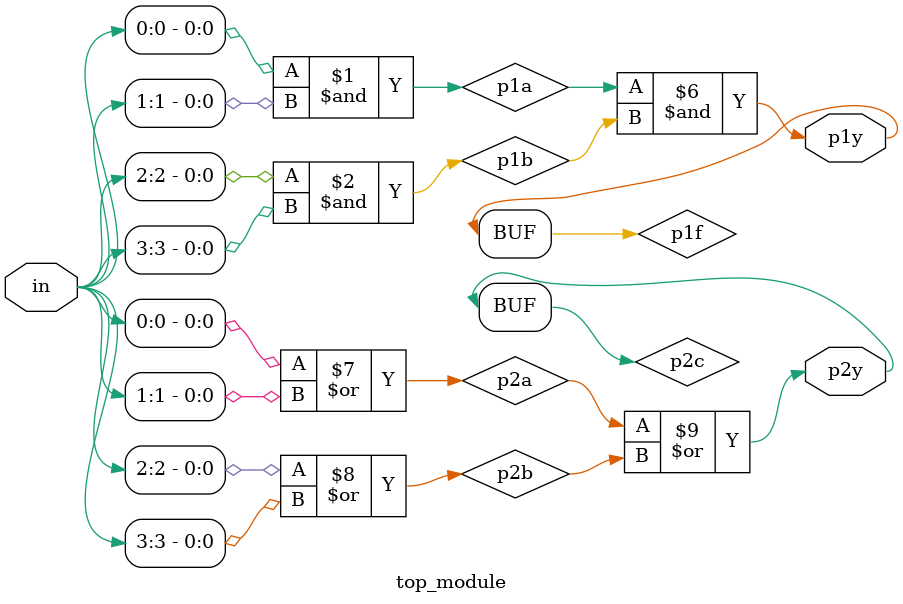
<source format=v>
module top_module (
    input wire [9:0] in,   // 10 个输入端口
    output wire p1y,       // 第一个输出端口
    output wire p2y        // 第二个输出端口
);

    // AND 门连接
    wire p1a, p1b, p1c, p1d, p1e, p1f;
    and (p1a, in[0], in[1]); // AND 门 1
    and (p1b, in[2], in[3]); // AND 门 2
    and (p1c, in[4], in[5]); // AND 门 3
    and (p1d, in[6], in[7]); // AND 门 4
    and (p1e, in[8], in[9]); // AND 门 5
    and (p1f, p1a, p1b);    // AND 门 6（组合AND）

    // OR 门连接
    wire p2a, p2b, p2c, p2d;
    or (p2a, in[0], in[1]);  // OR 门 1
    or (p2b, in[2], in[3]);  // OR 门 2
    or (p2c, p2a, p2b);      // OR 门 3（组合OR）

    // 输出
    assign p1y = p1f;  // 输出 1
    assign p2y = p2c;  // 输出 2

endmodule

</source>
